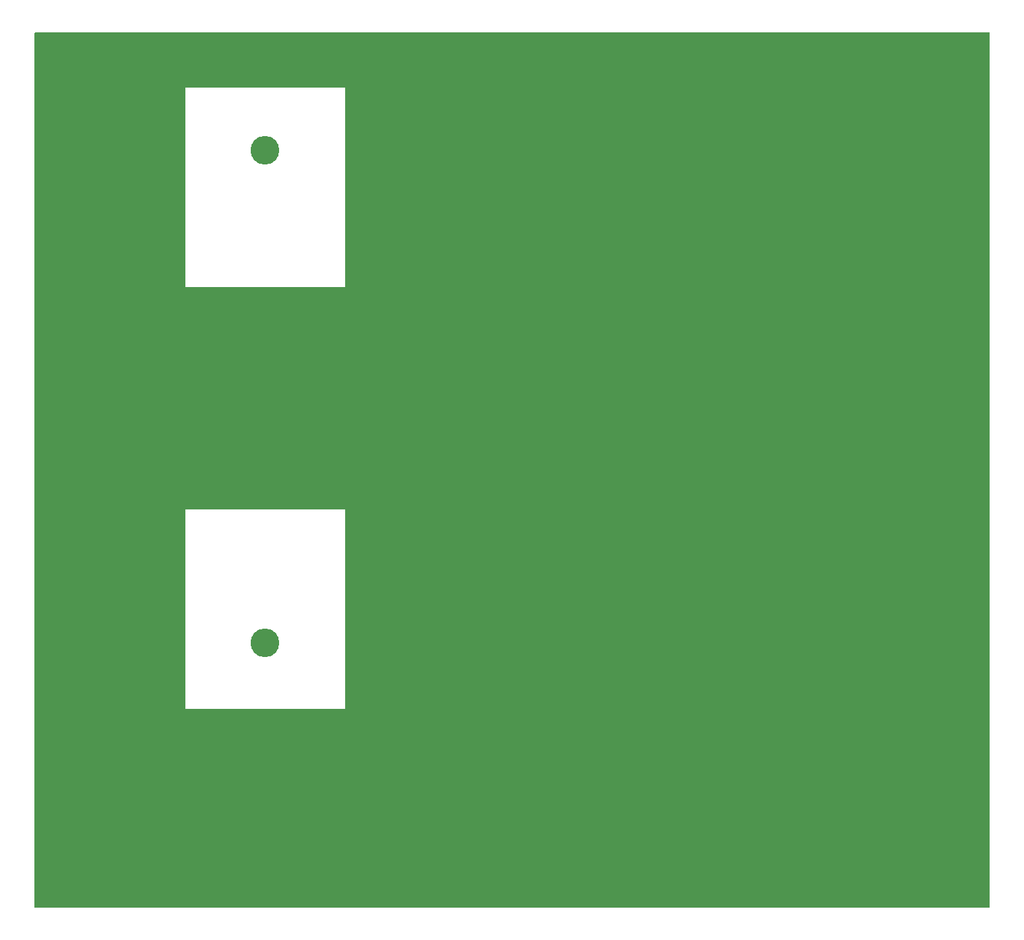
<source format=gbr>
G04 #@! TF.GenerationSoftware,KiCad,Pcbnew,7.0.1*
G04 #@! TF.CreationDate,2023-05-25T18:43:52+02:00*
G04 #@! TF.ProjectId,K_Munin400,4b5f4d75-6e69-46e3-9430-302e6b696361,rev?*
G04 #@! TF.SameCoordinates,Original*
G04 #@! TF.FileFunction,Soldermask,Bot*
G04 #@! TF.FilePolarity,Negative*
%FSLAX46Y46*%
G04 Gerber Fmt 4.6, Leading zero omitted, Abs format (unit mm)*
G04 Created by KiCad (PCBNEW 7.0.1) date 2023-05-25 18:43:52*
%MOMM*%
%LPD*%
G01*
G04 APERTURE LIST*
%ADD10C,1.998980*%
%ADD11C,2.499360*%
%ADD12C,2.300000*%
%ADD13C,3.900000*%
%ADD14C,7.000000*%
%ADD15C,1.950000*%
%ADD16R,1.950000X1.950000*%
%ADD17O,3.600000X3.600000*%
G04 APERTURE END LIST*
D10*
X54500000Y-88998860D03*
D11*
X51960000Y-86458860D03*
X51960000Y-91538860D03*
X57040000Y-86458860D03*
X57040000Y-91538860D03*
D12*
X162360000Y-147660000D03*
X162360000Y-150200000D03*
X162360000Y-152740000D03*
X167440000Y-147660000D03*
X167440000Y-150200000D03*
X167440000Y-152740000D03*
D13*
X165000000Y-65000000D03*
D14*
X165000000Y-65000000D03*
D13*
X165000000Y-165000000D03*
D14*
X165000000Y-165000000D03*
D15*
X101920000Y-163000000D03*
D16*
X107000000Y-163000000D03*
D13*
X55000000Y-165000000D03*
D14*
X55000000Y-165000000D03*
D17*
X79000000Y-136707500D03*
D13*
X79000000Y-106000000D03*
D14*
X79000000Y-106000000D03*
D17*
X79000000Y-74792500D03*
D12*
X152220000Y-162460000D03*
X152220000Y-165000000D03*
X152220000Y-167540000D03*
X157300000Y-162460000D03*
X157300000Y-165000000D03*
X157300000Y-167540000D03*
D13*
X55000000Y-65000000D03*
D14*
X55000000Y-65000000D03*
D10*
X165500000Y-88750000D03*
D11*
X168040000Y-91290000D03*
X168040000Y-86210000D03*
X162960000Y-91290000D03*
X162960000Y-86210000D03*
G36*
X169938000Y-60016613D02*
G01*
X169983387Y-60062000D01*
X170000000Y-60124000D01*
X170000000Y-169876000D01*
X169983387Y-169938000D01*
X169938000Y-169983387D01*
X169876000Y-170000000D01*
X50124000Y-170000000D01*
X50062000Y-169983387D01*
X50016613Y-169938000D01*
X50000000Y-169876000D01*
X50000000Y-120000000D01*
X69000000Y-120000000D01*
X69000000Y-145000000D01*
X89000000Y-145000000D01*
X89000000Y-120000000D01*
X69000000Y-120000000D01*
X50000000Y-120000000D01*
X50000000Y-67000000D01*
X69000000Y-67000000D01*
X69000000Y-92000000D01*
X89000000Y-92000000D01*
X89000000Y-67000000D01*
X69000000Y-67000000D01*
X50000000Y-67000000D01*
X50000000Y-60124000D01*
X50016613Y-60062000D01*
X50062000Y-60016613D01*
X50124000Y-60000000D01*
X169876000Y-60000000D01*
X169938000Y-60016613D01*
G37*
M02*

</source>
